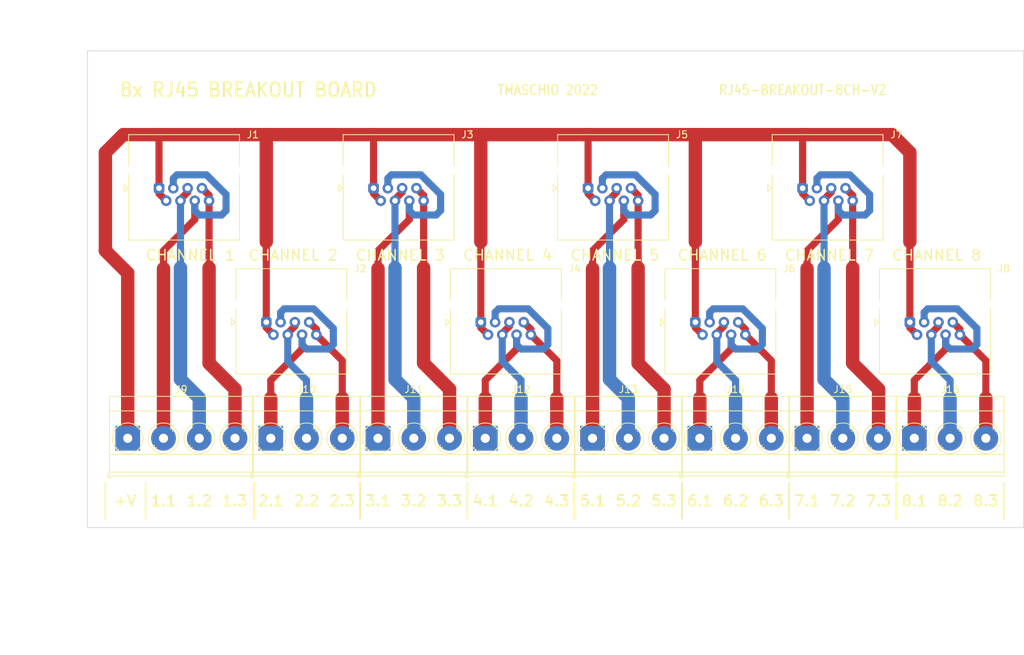
<source format=kicad_pcb>
(kicad_pcb (version 20240108) (generator "pcbnew") (generator_version "8.0")
  (title_block (title "ESP 6 Relay Module"))
  (layers (0 "F.Cu" signal) (31 "B.Cu" signal) (34 "B.Paste" user) (35 "F.Paste" user) (36 "B.SilkS" user "B.Silkscreen") (37 "F.SilkS" user "F.Silkscreen") (38 "B.Mask" user) (39 "F.Mask" user) (44 "Edge.Cuts" user))
  (net 0 "")
  (net 1 "Net-(J1-Pad1)")
  (net 2 "Net-(J1-Pad3)")
  (net 3 "Net-(J1-Pad4)")
  (net 4 "Net-(J1-Pad7)")
  (net 5 "Net-(J10-Pad2)")
  (net 6 "Net-(J10-Pad3)")
  (net 7 "Net-(J10-Pad1)")
  (net 8 "Net-(J11-Pad1)")
  (net 9 "Net-(J11-Pad2)")
  (net 10 "Net-(J11-Pad3)")
  (net 11 "Net-(J12-Pad2)")
  (net 12 "Net-(J12-Pad3)")
  (net 13 "Net-(J12-Pad1)")
  (net 14 "Net-(J13-Pad1)")
  (net 15 "Net-(J13-Pad2)")
  (net 16 "Net-(J13-Pad3)")
  (net 17 "Net-(J14-Pad2)")
  (net 18 "Net-(J14-Pad3)")
  (net 19 "Net-(J14-Pad1)")
  (net 20 "Net-(J15-Pad1)")
  (net 21 "Net-(J15-Pad2)")
  (net 22 "Net-(J15-Pad3)")
  (net 23 "Net-(J16-Pad2)")
  (net 24 "Net-(J16-Pad3)")
  (net 25 "Net-(J16-Pad1)")
  (footprint "Tales:RJ45_Amphenol_RJHSE5080" (layer "F.Cu") (at 101.6 78.74)
    (property "Reference" "J1" (at 13.335 -7.62 0) (layer "F.SilkS"))
    (property "Value" "RJ45")
    (pad "" np_thru_hole circle (at -2.79 -2.54) (size 3.25 3.25) (drill 3.25) (layers "*.Cu" "*.Mask"))
    (pad "" np_thru_hole circle (at 9.91 -2.54) (size 3.25 3.25) (drill 3.25) (layers "*.Cu" "*.Mask"))
    (pad "1" thru_hole roundrect (at 0 0) (size 1.5 1.5) (drill 0.8) (layers "*.Cu" "*.Mask") (net 1 "Net-(J1-Pad1)"))
    (pad "2" thru_hole circle (at 1.016 1.78) (size 1.5 1.5) (drill 0.8) (layers "*.Cu" "*.Mask") (net 1 "Net-(J1-Pad1)"))
    (pad "3" thru_hole circle (at 2.032 0) (size 1.5 1.5) (drill 0.8) (layers "*.Cu" "*.Mask") (net 2 "Net-(J1-Pad3)"))
    (pad "4" thru_hole circle (at 3.048 1.78) (size 1.5 1.5) (drill 0.8) (layers "*.Cu" "*.Mask") (net 3 "Net-(J1-Pad4)"))
    (pad "5" thru_hole circle (at 4.064 0) (size 1.5 1.5) (drill 0.8) (layers "*.Cu" "*.Mask") (net 3 "Net-(J1-Pad4)"))
    (pad "6" thru_hole circle (at 5.08 1.78) (size 1.5 1.5) (drill 0.8) (layers "*.Cu" "*.Mask") (net 2 "Net-(J1-Pad3)"))
    (pad "7" thru_hole circle (at 6.096 0) (size 1.5 1.5) (drill 0.8) (layers "*.Cu" "*.Mask") (net 4 "Net-(J1-Pad7)"))
    (pad "8" thru_hole circle (at 7.112 1.78) (size 1.5 1.5) (drill 0.8) (layers "*.Cu" "*.Mask") (net 4 "Net-(J1-Pad7)"))
  )
  (footprint "Tales:RJ45_Amphenol_RJHSE5080" (layer "F.Cu") (at 147.32 97.79)
    (property "Reference" "J4" (at 13.335 -7.62 0) (layer "F.SilkS"))
    (property "Value" "RJ45")
    (pad "" np_thru_hole circle (at -2.79 -2.54) (size 3.25 3.25) (drill 3.25) (layers "*.Cu" "*.Mask"))
    (pad "" np_thru_hole circle (at 9.91 -2.54) (size 3.25 3.25) (drill 3.25) (layers "*.Cu" "*.Mask"))
    (pad "1" thru_hole roundrect (at 0 0) (size 1.5 1.5) (drill 0.8) (layers "*.Cu" "*.Mask") (net 1 "Net-(J1-Pad1)"))
    (pad "2" thru_hole circle (at 1.016 1.78) (size 1.5 1.5) (drill 0.8) (layers "*.Cu" "*.Mask") (net 1 "Net-(J1-Pad1)"))
    (pad "3" thru_hole circle (at 2.032 0) (size 1.5 1.5) (drill 0.8) (layers "*.Cu" "*.Mask") (net 13 "Net-(J12-Pad1)"))
    (pad "4" thru_hole circle (at 3.048 1.78) (size 1.5 1.5) (drill 0.8) (layers "*.Cu" "*.Mask") (net 11 "Net-(J12-Pad2)"))
    (pad "5" thru_hole circle (at 4.064 0) (size 1.5 1.5) (drill 0.8) (layers "*.Cu" "*.Mask") (net 11 "Net-(J12-Pad2)"))
    (pad "6" thru_hole circle (at 5.08 1.78) (size 1.5 1.5) (drill 0.8) (layers "*.Cu" "*.Mask") (net 13 "Net-(J12-Pad1)"))
    (pad "7" thru_hole circle (at 6.096 0) (size 1.5 1.5) (drill 0.8) (layers "*.Cu" "*.Mask") (net 12 "Net-(J12-Pad3)"))
    (pad "8" thru_hole circle (at 7.112 1.78) (size 1.5 1.5) (drill 0.8) (layers "*.Cu" "*.Mask") (net 12 "Net-(J12-Pad3)"))
  )
  (footprint "Tales:RJ45_Amphenol_RJHSE5080" (layer "F.Cu") (at 177.8 97.79)
    (property "Reference" "J6" (at 13.335 -7.62 0) (layer "F.SilkS"))
    (property "Value" "RJ45")
    (pad "" np_thru_hole circle (at -2.79 -2.54) (size 3.25 3.25) (drill 3.25) (layers "*.Cu" "*.Mask"))
    (pad "" np_thru_hole circle (at 9.91 -2.54) (size 3.25 3.25) (drill 3.25) (layers "*.Cu" "*.Mask"))
    (pad "1" thru_hole roundrect (at 0 0) (size 1.5 1.5) (drill 0.8) (layers "*.Cu" "*.Mask") (net 1 "Net-(J1-Pad1)"))
    (pad "2" thru_hole circle (at 1.016 1.78) (size 1.5 1.5) (drill 0.8) (layers "*.Cu" "*.Mask") (net 1 "Net-(J1-Pad1)"))
    (pad "3" thru_hole circle (at 2.032 0) (size 1.5 1.5) (drill 0.8) (layers "*.Cu" "*.Mask") (net 19 "Net-(J14-Pad1)"))
    (pad "4" thru_hole circle (at 3.048 1.78) (size 1.5 1.5) (drill 0.8) (layers "*.Cu" "*.Mask") (net 17 "Net-(J14-Pad2)"))
    (pad "5" thru_hole circle (at 4.064 0) (size 1.5 1.5) (drill 0.8) (layers "*.Cu" "*.Mask") (net 17 "Net-(J14-Pad2)"))
    (pad "6" thru_hole circle (at 5.08 1.78) (size 1.5 1.5) (drill 0.8) (layers "*.Cu" "*.Mask") (net 19 "Net-(J14-Pad1)"))
    (pad "7" thru_hole circle (at 6.096 0) (size 1.5 1.5) (drill 0.8) (layers "*.Cu" "*.Mask") (net 18 "Net-(J14-Pad3)"))
    (pad "8" thru_hole circle (at 7.112 1.78) (size 1.5 1.5) (drill 0.8) (layers "*.Cu" "*.Mask") (net 18 "Net-(J14-Pad3)"))
  )
  (footprint "Tales:RJ45_Amphenol_RJHSE5080" (layer "F.Cu") (at 208.28 97.79)
    (property "Reference" "J8" (at 13.335 -7.62 0) (layer "F.SilkS"))
    (property "Value" "RJ45")
    (pad "" np_thru_hole circle (at -2.79 -2.54) (size 3.25 3.25) (drill 3.25) (layers "*.Cu" "*.Mask"))
    (pad "" np_thru_hole circle (at 9.91 -2.54) (size 3.25 3.25) (drill 3.25) (layers "*.Cu" "*.Mask"))
    (pad "1" thru_hole roundrect (at 0 0) (size 1.5 1.5) (drill 0.8) (layers "*.Cu" "*.Mask") (net 1 "Net-(J1-Pad1)"))
    (pad "2" thru_hole circle (at 1.016 1.78) (size 1.5 1.5) (drill 0.8) (layers "*.Cu" "*.Mask") (net 1 "Net-(J1-Pad1)"))
    (pad "3" thru_hole circle (at 2.032 0) (size 1.5 1.5) (drill 0.8) (layers "*.Cu" "*.Mask") (net 25 "Net-(J16-Pad1)"))
    (pad "4" thru_hole circle (at 3.048 1.78) (size 1.5 1.5) (drill 0.8) (layers "*.Cu" "*.Mask") (net 23 "Net-(J16-Pad2)"))
    (pad "5" thru_hole circle (at 4.064 0) (size 1.5 1.5) (drill 0.8) (layers "*.Cu" "*.Mask") (net 23 "Net-(J16-Pad2)"))
    (pad "6" thru_hole circle (at 5.08 1.78) (size 1.5 1.5) (drill 0.8) (layers "*.Cu" "*.Mask") (net 25 "Net-(J16-Pad1)"))
    (pad "7" thru_hole circle (at 6.096 0) (size 1.5 1.5) (drill 0.8) (layers "*.Cu" "*.Mask") (net 24 "Net-(J16-Pad3)"))
    (pad "8" thru_hole circle (at 7.112 1.78) (size 1.5 1.5) (drill 0.8) (layers "*.Cu" "*.Mask") (net 24 "Net-(J16-Pad3)"))
  )
  (footprint "Tales:TerminalBlock_Phoenix_MKDS-3-4-5.08_1x04_P5.08mm_Horizontal" (layer "F.Cu") (at 97.155 114.3)
    (property "Reference" "J9" (at 7.62 -6.96 0) (layer "F.SilkS"))
    (property "Value" "Screw_Terminal_01x04")
    (pad "1" thru_hole rect (at 0 0) (size 3.5 3.5) (drill 1.3) (layers "*.Cu" "*.Mask") (net 1 "Net-(J1-Pad1)"))
    (pad "2" thru_hole circle (at 5.08 0) (size 3.5 3.5) (drill 1.3) (layers "*.Cu" "*.Mask") (net 2 "Net-(J1-Pad3)"))
    (pad "3" thru_hole circle (at 10.16 0) (size 3.5 3.5) (drill 1.3) (layers "*.Cu" "*.Mask") (net 3 "Net-(J1-Pad4)"))
    (pad "4" thru_hole circle (at 15.24 0) (size 3.5 3.5) (drill 1.3) (layers "*.Cu" "*.Mask") (net 4 "Net-(J1-Pad7)"))
  )
  (footprint "Tales:TerminalBlock_Phoenix_MKDS-3-3-5.08_1x03_P5.08mm_Horizontal" (layer "F.Cu") (at 132.715 114.3)
    (property "Reference" "J11" (at 5.08 -6.96 0) (layer "F.SilkS"))
    (property "Value" "Screw_Terminal_01x03")
    (pad "1" thru_hole rect (at 0 0) (size 3.5 3.5) (drill 1.3) (layers "*.Cu" "*.Mask") (net 8 "Net-(J11-Pad1)"))
    (pad "2" thru_hole circle (at 5.08 0) (size 3.5 3.5) (drill 1.3) (layers "*.Cu" "*.Mask") (net 9 "Net-(J11-Pad2)"))
    (pad "3" thru_hole circle (at 10.16 0) (size 3.5 3.5) (drill 1.3) (layers "*.Cu" "*.Mask") (net 10 "Net-(J11-Pad3)"))
  )
  (footprint "Tales:TerminalBlock_Phoenix_MKDS-3-3-5.08_1x03_P5.08mm_Horizontal" (layer "F.Cu") (at 147.955 114.3)
    (property "Reference" "J12" (at 5.08 -6.96 0) (layer "F.SilkS"))
    (property "Value" "Screw_Terminal_01x03")
    (pad "1" thru_hole rect (at 0 0) (size 3.5 3.5) (drill 1.3) (layers "*.Cu" "*.Mask") (net 13 "Net-(J12-Pad1)"))
    (pad "2" thru_hole circle (at 5.08 0) (size 3.5 3.5) (drill 1.3) (layers "*.Cu" "*.Mask") (net 11 "Net-(J12-Pad2)"))
    (pad "3" thru_hole circle (at 10.16 0) (size 3.5 3.5) (drill 1.3) (layers "*.Cu" "*.Mask") (net 12 "Net-(J12-Pad3)"))
  )
  (footprint "Tales:TerminalBlock_Phoenix_MKDS-3-3-5.08_1x03_P5.08mm_Horizontal" (layer "F.Cu") (at 163.195 114.3)
    (property "Reference" "J13" (at 5.08 -6.96 0) (layer "F.SilkS"))
    (property "Value" "Screw_Terminal_01x03")
    (pad "1" thru_hole rect (at 0 0) (size 3.5 3.5) (drill 1.3) (layers "*.Cu" "*.Mask") (net 14 "Net-(J13-Pad1)"))
    (pad "2" thru_hole circle (at 5.08 0) (size 3.5 3.5) (drill 1.3) (layers "*.Cu" "*.Mask") (net 15 "Net-(J13-Pad2)"))
    (pad "3" thru_hole circle (at 10.16 0) (size 3.5 3.5) (drill 1.3) (layers "*.Cu" "*.Mask") (net 16 "Net-(J13-Pad3)"))
  )
  (footprint "Tales:TerminalBlock_Phoenix_MKDS-3-3-5.08_1x03_P5.08mm_Horizontal" (layer "F.Cu") (at 178.435 114.3)
    (property "Reference" "J14" (at 5.08 -6.96 0) (layer "F.SilkS"))
    (property "Value" "Screw_Terminal_01x03")
    (pad "1" thru_hole rect (at 0 0) (size 3.5 3.5) (drill 1.3) (layers "*.Cu" "*.Mask") (net 19 "Net-(J14-Pad1)"))
    (pad "2" thru_hole circle (at 5.08 0) (size 3.5 3.5) (drill 1.3) (layers "*.Cu" "*.Mask") (net 17 "Net-(J14-Pad2)"))
    (pad "3" thru_hole circle (at 10.16 0) (size 3.5 3.5) (drill 1.3) (layers "*.Cu" "*.Mask") (net 18 "Net-(J14-Pad3)"))
  )
  (footprint "Tales:TerminalBlock_Phoenix_MKDS-3-3-5.08_1x03_P5.08mm_Horizontal" (layer "F.Cu") (at 193.675 114.3)
    (property "Reference" "J15" (at 5.08 -6.96 0) (layer "F.SilkS"))
    (property "Value" "Screw_Terminal_01x03")
    (pad "1" thru_hole rect (at 0 0) (size 3.5 3.5) (drill 1.3) (layers "*.Cu" "*.Mask") (net 20 "Net-(J15-Pad1)"))
    (pad "2" thru_hole circle (at 5.08 0) (size 3.5 3.5) (drill 1.3) (layers "*.Cu" "*.Mask") (net 21 "Net-(J15-Pad2)"))
    (pad "3" thru_hole circle (at 10.16 0) (size 3.5 3.5) (drill 1.3) (layers "*.Cu" "*.Mask") (net 22 "Net-(J15-Pad3)"))
  )
  (footprint "Tales:TerminalBlock_Phoenix_MKDS-3-3-5.08_1x03_P5.08mm_Horizontal" (layer "F.Cu") (at 208.915 114.3)
    (property "Reference" "J16" (at 5.08 -6.96 0) (layer "F.SilkS"))
    (property "Value" "Screw_Terminal_01x03")
    (pad "1" thru_hole rect (at 0 0) (size 3.5 3.5) (drill 1.3) (layers "*.Cu" "*.Mask") (net 25 "Net-(J16-Pad1)"))
    (pad "2" thru_hole circle (at 5.08 0) (size 3.5 3.5) (drill 1.3) (layers "*.Cu" "*.Mask") (net 23 "Net-(J16-Pad2)"))
    (pad "3" thru_hole circle (at 10.16 0) (size 3.5 3.5) (drill 1.3) (layers "*.Cu" "*.Mask") (net 24 "Net-(J16-Pad3)"))
  )
  (footprint "Tales:TerminalBlock_Phoenix_MKDS-3-3-5.08_1x03_P5.08mm_Horizontal" (layer "F.Cu") (at 117.475 114.3)
    (property "Reference" "J10" (at 5.08 -6.96 0) (layer "F.SilkS"))
    (property "Value" "Screw_Terminal_01x03")
    (pad "1" thru_hole rect (at 0 0) (size 3.5 3.5) (drill 1.3) (layers "*.Cu" "*.Mask") (net 7 "Net-(J10-Pad1)"))
    (pad "2" thru_hole circle (at 5.08 0) (size 3.5 3.5) (drill 1.3) (layers "*.Cu" "*.Mask") (net 5 "Net-(J10-Pad2)"))
    (pad "3" thru_hole circle (at 10.16 0) (size 3.5 3.5) (drill 1.3) (layers "*.Cu" "*.Mask") (net 6 "Net-(J10-Pad3)"))
  )
  (footprint "Tales:RJ45_Amphenol_RJHSE5080" (layer "F.Cu") (at 116.84 97.79)
    (property "Reference" "J2" (at 13.335 -7.62 0) (layer "F.SilkS"))
    (property "Value" "RJ45")
    (pad "" np_thru_hole circle (at -2.79 -2.54) (size 3.25 3.25) (drill 3.25) (layers "*.Cu" "*.Mask"))
    (pad "" np_thru_hole circle (at 9.91 -2.54) (size 3.25 3.25) (drill 3.25) (layers "*.Cu" "*.Mask"))
    (pad "1" thru_hole roundrect (at 0 0) (size 1.5 1.5) (drill 0.8) (layers "*.Cu" "*.Mask") (net 1 "Net-(J1-Pad1)"))
    (pad "2" thru_hole circle (at 1.016 1.78) (size 1.5 1.5) (drill 0.8) (layers "*.Cu" "*.Mask") (net 1 "Net-(J1-Pad1)"))
    (pad "3" thru_hole circle (at 2.032 0) (size 1.5 1.5) (drill 0.8) (layers "*.Cu" "*.Mask") (net 7 "Net-(J10-Pad1)"))
    (pad "4" thru_hole circle (at 3.048 1.78) (size 1.5 1.5) (drill 0.8) (layers "*.Cu" "*.Mask") (net 5 "Net-(J10-Pad2)"))
    (pad "5" thru_hole circle (at 4.064 0) (size 1.5 1.5) (drill 0.8) (layers "*.Cu" "*.Mask") (net 5 "Net-(J10-Pad2)"))
    (pad "6" thru_hole circle (at 5.08 1.78) (size 1.5 1.5) (drill 0.8) (layers "*.Cu" "*.Mask") (net 7 "Net-(J10-Pad1)"))
    (pad "7" thru_hole circle (at 6.096 0) (size 1.5 1.5) (drill 0.8) (layers "*.Cu" "*.Mask") (net 6 "Net-(J10-Pad3)"))
    (pad "8" thru_hole circle (at 7.112 1.78) (size 1.5 1.5) (drill 0.8) (layers "*.Cu" "*.Mask") (net 6 "Net-(J10-Pad3)"))
  )
  (footprint "Tales:RJ45_Amphenol_RJHSE5080" (layer "F.Cu") (at 132.08 78.74)
    (property "Reference" "J3" (at 13.335 -7.62 0) (layer "F.SilkS"))
    (property "Value" "RJ45")
    (pad "" np_thru_hole circle (at -2.79 -2.54) (size 3.25 3.25) (drill 3.25) (layers "*.Cu" "*.Mask"))
    (pad "" np_thru_hole circle (at 9.91 -2.54) (size 3.25 3.25) (drill 3.25) (layers "*.Cu" "*.Mask"))
    (pad "1" thru_hole roundrect (at 0 0) (size 1.5 1.5) (drill 0.8) (layers "*.Cu" "*.Mask") (net 1 "Net-(J1-Pad1)"))
    (pad "2" thru_hole circle (at 1.016 1.78) (size 1.5 1.5) (drill 0.8) (layers "*.Cu" "*.Mask") (net 1 "Net-(J1-Pad1)"))
    (pad "3" thru_hole circle (at 2.032 0) (size 1.5 1.5) (drill 0.8) (layers "*.Cu" "*.Mask") (net 8 "Net-(J11-Pad1)"))
    (pad "4" thru_hole circle (at 3.048 1.78) (size 1.5 1.5) (drill 0.8) (layers "*.Cu" "*.Mask") (net 9 "Net-(J11-Pad2)"))
    (pad "5" thru_hole circle (at 4.064 0) (size 1.5 1.5) (drill 0.8) (layers "*.Cu" "*.Mask") (net 9 "Net-(J11-Pad2)"))
    (pad "6" thru_hole circle (at 5.08 1.78) (size 1.5 1.5) (drill 0.8) (layers "*.Cu" "*.Mask") (net 8 "Net-(J11-Pad1)"))
    (pad "7" thru_hole circle (at 6.096 0) (size 1.5 1.5) (drill 0.8) (layers "*.Cu" "*.Mask") (net 10 "Net-(J11-Pad3)"))
    (pad "8" thru_hole circle (at 7.112 1.78) (size 1.5 1.5) (drill 0.8) (layers "*.Cu" "*.Mask") (net 10 "Net-(J11-Pad3)"))
  )
  (footprint "Tales:RJ45_Amphenol_RJHSE5080" (layer "F.Cu") (at 193.04 78.74)
    (property "Reference" "J7" (at 13.335 -7.62 0) (layer "F.SilkS"))
    (property "Value" "RJ45")
    (pad "" np_thru_hole circle (at -2.79 -2.54) (size 3.25 3.25) (drill 3.25) (layers "*.Cu" "*.Mask"))
    (pad "" np_thru_hole circle (at 9.91 -2.54) (size 3.25 3.25) (drill 3.25) (layers "*.Cu" "*.Mask"))
    (pad "1" thru_hole roundrect (at 0 0) (size 1.5 1.5) (drill 0.8) (layers "*.Cu" "*.Mask") (net 1 "Net-(J1-Pad1)"))
    (pad "2" thru_hole circle (at 1.016 1.78) (size 1.5 1.5) (drill 0.8) (layers "*.Cu" "*.Mask") (net 1 "Net-(J1-Pad1)"))
    (pad "3" thru_hole circle (at 2.032 0) (size 1.5 1.5) (drill 0.8) (layers "*.Cu" "*.Mask") (net 20 "Net-(J15-Pad1)"))
    (pad "4" thru_hole circle (at 3.048 1.78) (size 1.5 1.5) (drill 0.8) (layers "*.Cu" "*.Mask") (net 21 "Net-(J15-Pad2)"))
    (pad "5" thru_hole circle (at 4.064 0) (size 1.5 1.5) (drill 0.8) (layers "*.Cu" "*.Mask") (net 21 "Net-(J15-Pad2)"))
    (pad "6" thru_hole circle (at 5.08 1.78) (size 1.5 1.5) (drill 0.8) (layers "*.Cu" "*.Mask") (net 20 "Net-(J15-Pad1)"))
    (pad "7" thru_hole circle (at 6.096 0) (size 1.5 1.5) (drill 0.8) (layers "*.Cu" "*.Mask") (net 22 "Net-(J15-Pad3)"))
    (pad "8" thru_hole circle (at 7.112 1.78) (size 1.5 1.5) (drill 0.8) (layers "*.Cu" "*.Mask") (net 22 "Net-(J15-Pad3)"))
  )
  (footprint "Tales:RJ45_Amphenol_RJHSE5080" (layer "F.Cu") (at 162.56 78.74)
    (property "Reference" "J5" (at 13.335 -7.62 0) (layer "F.SilkS"))
    (property "Value" "RJ45")
    (pad "" np_thru_hole circle (at -2.79 -2.54) (size 3.25 3.25) (drill 3.25) (layers "*.Cu" "*.Mask"))
    (pad "" np_thru_hole circle (at 9.91 -2.54) (size 3.25 3.25) (drill 3.25) (layers "*.Cu" "*.Mask"))
    (pad "1" thru_hole roundrect (at 0 0) (size 1.5 1.5) (drill 0.8) (layers "*.Cu" "*.Mask") (net 1 "Net-(J1-Pad1)"))
    (pad "2" thru_hole circle (at 1.016 1.78) (size 1.5 1.5) (drill 0.8) (layers "*.Cu" "*.Mask") (net 1 "Net-(J1-Pad1)"))
    (pad "3" thru_hole circle (at 2.032 0) (size 1.5 1.5) (drill 0.8) (layers "*.Cu" "*.Mask") (net 14 "Net-(J13-Pad1)"))
    (pad "4" thru_hole circle (at 3.048 1.78) (size 1.5 1.5) (drill 0.8) (layers "*.Cu" "*.Mask") (net 15 "Net-(J13-Pad2)"))
    (pad "5" thru_hole circle (at 4.064 0) (size 1.5 1.5) (drill 0.8) (layers "*.Cu" "*.Mask") (net 15 "Net-(J13-Pad2)"))
    (pad "6" thru_hole circle (at 5.08 1.78) (size 1.5 1.5) (drill 0.8) (layers "*.Cu" "*.Mask") (net 14 "Net-(J13-Pad1)"))
    (pad "7" thru_hole circle (at 6.096 0) (size 1.5 1.5) (drill 0.8) (layers "*.Cu" "*.Mask") (net 16 "Net-(J13-Pad3)"))
    (pad "8" thru_hole circle (at 7.112 1.78) (size 1.5 1.5) (drill 0.8) (layers "*.Cu" "*.Mask") (net 16 "Net-(J13-Pad3)"))
  )
  (gr_line (start 221.615 120.65) (end 221.615 125.73) (stroke (width 0.25)) (layer "F.SilkS"))
  (gr_line (start 175.895 120.65) (end 175.895 125.73) (stroke (width 0.25)) (layer "F.SilkS"))
  (gr_line (start 191.135 120.65) (end 191.135 125.73) (stroke (width 0.25)) (layer "F.SilkS"))
  (gr_line (start 93.98 120.65) (end 93.98 125.73) (stroke (width 0.25)) (layer "F.SilkS"))
  (gr_line (start 145.415 120.65) (end 145.415 125.73) (stroke (width 0.25)) (layer "F.SilkS"))
  (gr_line (start 130.175 120.65) (end 130.175 125.73) (stroke (width 0.25)) (layer "F.SilkS"))
  (gr_line (start 160.605 120.65) (end 160.605 125.73) (stroke (width 0.25)) (layer "F.SilkS"))
  (gr_line (start 99.695 120.65) (end 99.695 125.73) (stroke (width 0.25)) (layer "F.SilkS"))
  (gr_line (start 206.375 120.65) (end 206.375 125.73) (stroke (width 0.25)) (layer "F.SilkS"))
  (gr_line (start 115.135 120.65) (end 115.135 125.73) (stroke (width 0.25)) (layer "F.SilkS"))
  (gr_line (start 91.44 127) (end 224.44 127) (stroke (width 0.1)) (layer "Edge.Cuts"))
  (gr_line (start 224.44 59.2) (end 91.44 59.2) (stroke (width 0.1)) (layer "Edge.Cuts"))
  (gr_line (start 91.44 59.2) (end 91.44 127) (stroke (width 0.1)) (layer "Edge.Cuts"))
  (gr_line (start 224.44 127) (end 224.44 59.2) (stroke (width 0.1)) (layer "Edge.Cuts"))
  (gr_text "1.1" (at 102.235 123.19 0) (layer "F.SilkS") (effects (font (size 1.5 1.5) (thickness 0.25))))
  (gr_text "2.2" (at 122.555 123.19 0) (layer "F.SilkS") (effects (font (size 1.5 1.5) (thickness 0.25))))
  (gr_text "2.3" (at 127.635 123.19 0) (layer "F.SilkS") (effects (font (size 1.5 1.5) (thickness 0.25))))
  (gr_text "2.1" (at 117.475 123.19 0) (layer "F.SilkS") (effects (font (size 1.5 1.5) (thickness 0.25))))
  (gr_text "1.2" (at 107.315 123.19 0) (layer "F.SilkS") (effects (font (size 1.5 1.5) (thickness 0.25))))
  (gr_text "1.3" (at 112.395 123.19 0) (layer "F.SilkS") (effects (font (size 1.5 1.5) (thickness 0.25))))
  (gr_text "6.1" (at 178.435 123.19 0) (layer "F.SilkS") (effects (font (size 1.5 1.5) (thickness 0.25))))
  (gr_text "6.3" (at 188.595 123.19 0) (layer "F.SilkS") (effects (font (size 1.5 1.5) (thickness 0.25))))
  (gr_text "6.2" (at 183.515 123.19 0) (layer "F.SilkS") (effects (font (size 1.5 1.5) (thickness 0.25))))
  (gr_text "8.2" (at 213.995 123.19 0) (layer "F.SilkS") (effects (font (size 1.5 1.5) (thickness 0.25))))
  (gr_text "8.3" (at 219.075 123.19 0) (layer "F.SilkS") (effects (font (size 1.5 1.5) (thickness 0.25))))
  (gr_text "8.1" (at 208.915 123.19 0) (layer "F.SilkS") (effects (font (size 1.5 1.5) (thickness 0.25))))
  (gr_text "8x RJ45 BREAKOUT BOARD" (at 114.3 64.77 0) (layer "F.SilkS") (effects (font (size 2 1.8) (thickness 0.3))))
  (gr_text "CHANNEL 1" (at 106.045 88.265 0) (layer "F.SilkS") (effects (font (size 1.5 1.5) (thickness 0.2))))
  (gr_text "CHANNEL 5" (at 166.37 88.265 0) (layer "F.SilkS") (effects (font (size 1.5 1.5) (thickness 0.2))))
  (gr_text "CHANNEL 8" (at 212.09 88.265 0) (layer "F.SilkS") (effects (font (size 1.5 1.5) (thickness 0.2))))
  (gr_text "CHANNEL 7" (at 196.85 88.265 0) (layer "F.SilkS") (effects (font (size 1.5 1.5) (thickness 0.2))))
  (gr_text "CHANNEL 2" (at 120.65 88.265 0) (layer "F.SilkS") (effects (font (size 1.5 1.5) (thickness 0.2))))
  (gr_text "5.1" (at 163.195 123.19 0) (layer "F.SilkS") (effects (font (size 1.5 1.5) (thickness 0.25))))
  (gr_text "3.1" (at 132.715 123.19 0) (layer "F.SilkS") (effects (font (size 1.5 1.5) (thickness 0.25))))
  (gr_text "7.1" (at 193.675 123.19 0) (layer "F.SilkS") (effects (font (size 1.5 1.5) (thickness 0.25))))
  (gr_text "4.1" (at 147.955 123.19 0) (layer "F.SilkS") (effects (font (size 1.5 1.5) (thickness 0.25))))
  (gr_text "CHANNEL 3" (at 135.89 88.265 0) (layer "F.SilkS") (effects (font (size 1.5 1.5) (thickness 0.2))))
  (gr_text "4.2" (at 153.035 123.19 0) (layer "F.SilkS") (effects (font (size 1.5 1.5) (thickness 0.25))))
  (gr_text "RJ45-BREAKOUT-8CH-V2" (at 193.04 64.77 0) (layer "F.SilkS") (effects (font (size 1.4 1.2) (thickness 0.2))))
  (gr_text "TMASCHIO 2022" (at 156.845 64.77 0) (layer "F.SilkS") (effects (font (size 1.4 1.2) (thickness 0.2))))
  (gr_text "CHANNEL 4" (at 151.13 88.265 0) (layer "F.SilkS") (effects (font (size 1.5 1.5) (thickness 0.2))))
  (gr_text "3.2" (at 137.795 123.19 0) (layer "F.SilkS") (effects (font (size 1.5 1.5) (thickness 0.25))))
  (gr_text "4.3" (at 158.115 123.19 0) (layer "F.SilkS") (effects (font (size 1.5 1.5) (thickness 0.25))))
  (gr_text "7.3" (at 203.835 123.19 0) (layer "F.SilkS") (effects (font (size 1.5 1.5) (thickness 0.25))))
  (gr_text "5.2" (at 168.275 123.19 0) (layer "F.SilkS") (effects (font (size 1.5 1.5) (thickness 0.25))))
  (gr_text "3.3" (at 142.875 123.19 0) (layer "F.SilkS") (effects (font (size 1.5 1.5) (thickness 0.25))))
  (gr_text "5.3" (at 173.355 123.19 0) (layer "F.SilkS") (effects (font (size 1.5 1.5) (thickness 0.25))))
  (gr_text "+V" (at 96.774 123.19 0) (layer "F.SilkS") (effects (font (size 1.5 1.5) (thickness 0.25))))
  (gr_text "7.2" (at 198.755 123.19 0) (layer "F.SilkS") (effects (font (size 1.5 1.5) (thickness 0.25))))
  (gr_text "CHANNEL 6" (at 181.61 88.265 0) (layer "F.SilkS") (effects (font (size 1.5 1.5) (thickness 0.2))))
  (segment (start 101.6 79.504) (end 102.616 80.52) (width 1.016) (layer "F.Cu") (net 1))
  (segment (start 101.6 78.74) (end 101.6 79.504) (width 1.016) (layer "F.Cu") (net 1))
  (segment (start 93.98 73.66) (end 96.52 71.12) (width 1.905) (layer "F.Cu") (net 1))
  (segment (start 116.84 98.554) (end 117.856 99.57) (width 1.016) (layer "F.Cu") (net 1))
  (segment (start 147.32 86.36) (end 147.32 97.79) (width 1.016) (layer "F.Cu") (net 1))
  (segment (start 193.04 71.12) (end 205.74 71.12) (width 1.905) (layer "F.Cu") (net 1))
  (segment (start 177.8 98.554) (end 178.816 99.57) (width 1.016) (layer "F.Cu") (net 1))
  (segment (start 116.84 71.12) (end 132.08 71.12) (width 1.905) (layer "F.Cu") (net 1))
  (segment (start 101.6 78.74) (end 101.6 71.12) (width 1.016) (layer "F.Cu") (net 1))
  (segment (start 132.08 78.74) (end 132.08 71.12) (width 1.016) (layer "F.Cu") (net 1))
  (segment (start 116.84 97.79) (end 116.84 98.554) (width 1.016) (layer "F.Cu") (net 1))
  (segment (start 147.32 98.554) (end 148.336 99.57) (width 1.016) (layer "F.Cu") (net 1))
  (segment (start 208.28 97.79) (end 208.28 98.554) (width 1.016) (layer "F.Cu") (net 1))
  (segment (start 132.08 79.504) (end 133.096 80.52) (width 1.016) (layer "F.Cu") (net 1))
  (segment (start 208.28 73.66) (end 208.28 86.36) (width 1.905) (layer "F.Cu") (net 1))
  (segment (start 193.04 78.74) (end 193.04 79.504) (width 1.016) (layer "F.Cu") (net 1))
  (segment (start 208.28 98.554) (end 209.296 99.57) (width 1.016) (layer "F.Cu") (net 1))
  (segment (start 97.155 114.3) (end 97.155 90.805) (width 1.905) (layer "F.Cu") (net 1))
  (segment (start 193.04 78.74) (end 193.04 71.12) (width 1.016) (layer "F.Cu") (net 1))
  (segment (start 101.6 71.12) (end 116.84 71.12) (width 1.905) (layer "F.Cu") (net 1))
  (segment (start 132.08 78.74) (end 132.08 79.504) (width 1.016) (layer "F.Cu") (net 1))
  (segment (start 116.84 86.36) (end 116.84 97.79) (width 1.016) (layer "F.Cu") (net 1))
  (segment (start 147.32 71.12) (end 162.56 71.12) (width 1.905) (layer "F.Cu") (net 1))
  (segment (start 162.56 78.74) (end 162.56 79.504) (width 1.016) (layer "F.Cu") (net 1))
  (segment (start 205.74 71.12) (end 208.28 73.66) (width 1.905) (layer "F.Cu") (net 1))
  (segment (start 147.32 97.79) (end 147.32 98.554) (width 1.016) (layer "F.Cu") (net 1))
  (segment (start 162.56 79.504) (end 163.576 80.52) (width 1.016) (layer "F.Cu") (net 1))
  (segment (start 93.98 87.63) (end 93.98 73.66) (width 1.905) (layer "F.Cu") (net 1))
  (segment (start 96.52 71.12) (end 101.6 71.12) (width 1.905) (layer "F.Cu") (net 1))
  (segment (start 177.8 97.79) (end 177.8 98.554) (width 1.016) (layer "F.Cu") (net 1))
  (segment (start 177.8 71.12) (end 193.04 71.12) (width 1.905) (layer "F.Cu") (net 1))
  (segment (start 193.04 79.504) (end 194.056 80.52) (width 1.016) (layer "F.Cu") (net 1))
  (segment (start 147.32 71.12) (end 147.32 86.36) (width 1.905) (layer "F.Cu") (net 1))
  (segment (start 208.28 97.79) (end 208.28 86.36) (width 1.016) (layer "F.Cu") (net 1))
  (segment (start 177.8 71.12) (end 177.8 86.36) (width 1.905) (layer "F.Cu") (net 1))
  (segment (start 97.155 90.805) (end 93.98 87.63) (width 1.905) (layer "F.Cu") (net 1))
  (segment (start 132.08 71.12) (end 147.32 71.12) (width 1.905) (layer "F.Cu") (net 1))
  (segment (start 116.84 71.12) (end 116.84 86.36) (width 1.905) (layer "F.Cu") (net 1))
  (segment (start 162.56 78.74) (end 162.56 71.12) (width 1.016) (layer "F.Cu") (net 1))
  (segment (start 162.56 71.12) (end 177.8 71.12) (width 1.905) (layer "F.Cu") (net 1))
  (segment (start 177.8 86.36) (end 177.8 97.79) (width 1.016) (layer "F.Cu") (net 1))
  (segment (start 106.68 83.185) (end 106.68 80.52) (width 1.016) (layer "F.Cu") (net 2))
  (segment (start 102.235 87.63) (end 106.68 83.185) (width 1.016) (layer "F.Cu") (net 2))
  (segment (start 102.235 90.17) (end 102.235 87.63) (width 1.016) (layer "F.Cu") (net 2))
  (segment (start 102.235 114.3) (end 102.235 90.17) (width 1.905) (layer "F.Cu") (net 2))
  (segment (start 103.632 77.343) (end 104.14 76.835) (width 1.016) (layer "B.Cu") (net 2))
  (segment (start 107.315 82.55) (end 106.68 81.915) (width 1.016) (layer "B.Cu") (net 2))
  (segment (start 110.49 82.55) (end 107.315 82.55) (width 1.016) (layer "B.Cu") (net 2))
  (segment (start 111.125 81.915) (end 110.49 82.55) (width 1.016) (layer "B.Cu") (net 2))
  (segment (start 104.14 76.835) (end 108.331 76.835) (width 1.016) (layer "B.Cu") (net 2))
  (segment (start 103.632 78.74) (end 103.632 77.343) (width 1.016) (layer "B.Cu") (net 2))
  (segment (start 108.331 76.835) (end 111.125 79.629) (width 1.016) (layer "B.Cu") (net 2))
  (segment (start 106.68 81.915) (end 106.68 80.52) (width 1.016) (layer "B.Cu") (net 2))
  (segment (start 111.125 79.629) (end 111.125 81.915) (width 1.016) (layer "B.Cu") (net 2))
  (segment (start 105.664 78.74) (end 105.664 79.298238) (width 1.016) (layer "F.Cu") (net 3))
  (segment (start 104.648 80.314238) (end 104.648 80.52) (width 1.016) (layer "F.Cu") (net 3))
  (segment (start 105.664 79.298238) (end 104.648 80.314238) (width 1.016) (layer "F.Cu") (net 3))
  (segment (start 107.315 108.585) (end 104.648 105.918) (width 1.905) (layer "B.Cu") (net 3))
  (segment (start 107.315 114.3) (end 107.315 108.585) (width 1.905) (layer "B.Cu") (net 3))
  (segment (start 104.648 80.52) (end 104.648 90.043) (width 1.016) (layer "B.Cu") (net 3))
  (segment (start 104.648 105.918) (end 104.648 90.043) (width 1.905) (layer "B.Cu") (net 3))
  (segment (start 108.712 80.52) (end 108.712 79.756) (width 1.016) (layer "F.Cu") (net 4))
  (segment (start 108.712 79.756) (end 107.696 78.74) (width 1.016) (layer "F.Cu") (net 4))
  (segment (start 112.395 107.315) (end 108.712 103.632) (width 1.905) (layer "F.Cu") (net 4))
  (segment (start 112.395 114.3) (end 112.395 107.315) (width 1.905) (layer "F.Cu") (net 4))
  (segment (start 108.712 80.52) (end 108.712 90.043) (width 1.016) (layer "F.Cu") (net 4))
  (segment (start 108.712 103.632) (end 108.712 90.043) (width 1.905) (layer "F.Cu") (net 4))
  (segment (start 120.904 97.79) (end 120.904 98.348238) (width 1.016) (layer "F.Cu") (net 5))
  (segment (start 119.888 99.364238) (end 119.888 99.57) (width 1.016) (layer "F.Cu") (net 5))
  (segment (start 120.904 98.348238) (end 119.888 99.364238) (width 1.016) (layer "F.Cu") (net 5))
  (segment (start 122.555 108.585) (end 122.555 114.3) (width 1.905) (layer "B.Cu") (net 5))
  (segment (start 122.555 106.045) (end 122.555 108.585) (width 1.016) (layer "B.Cu") (net 5))
  (segment (start 119.888 103.378) (end 122.555 106.045) (width 1.016) (layer "B.Cu") (net 5))
  (segment (start 119.888 99.57) (end 119.888 103.378) (width 1.016) (layer "B.Cu") (net 5))
  (segment (start 122.936 97.79) (end 123.952 98.806) (width 1.016) (layer "F.Cu") (net 6))
  (segment (start 123.952 98.806) (end 123.952 99.57) (width 1.016) (layer "F.Cu") (net 6))
  (segment (start 127.635 103.253) (end 123.952 99.57) (width 1.016) (layer "F.Cu") (net 6))
  (segment (start 127.635 108.585) (end 127.635 103.253) (width 1.016) (layer "F.Cu") (net 6))
  (segment (start 127.635 114.3) (end 127.635 108.585) (width 1.905) (layer "F.Cu") (net 6))
  (segment (start 117.475 114.3) (end 117.475 108.585) (width 1.905) (layer "F.Cu") (net 7))
  (segment (start 121.92 101.6) (end 117.475 106.045) (width 1.016) (layer "F.Cu") (net 7))
  (segment (start 117.475 106.045) (end 117.475 108.585) (width 1.016) (layer "F.Cu") (net 7))
  (segment (start 121.92 99.57) (end 121.92 101.6) (width 1.016) (layer "F.Cu") (net 7))
  (segment (start 118.872 96.393) (end 119.38 95.885) (width 1.016) (layer "B.Cu") (net 7))
  (segment (start 122.555 101.6) (end 121.92 100.965) (width 1.016) (layer "B.Cu") (net 7))
  (segment (start 126.365 100.965) (end 125.73 101.6) (width 1.016) (layer "B.Cu") (net 7))
  (segment (start 118.872 97.79) (end 118.872 96.393) (width 1.016) (layer "B.Cu") (net 7))
  (segment (start 125.73 101.6) (end 122.555 101.6) (width 1.016) (layer "B.Cu") (net 7))
  (segment (start 121.92 100.965) (end 121.92 99.57) (width 1.016) (layer "B.Cu") (net 7))
  (segment (start 126.365 98.679) (end 126.365 100.965) (width 1.016) (layer "B.Cu") (net 7))
  (segment (start 119.38 95.885) (end 123.571 95.885) (width 1.016) (layer "B.Cu") (net 7))
  (segment (start 123.571 95.885) (end 126.365 98.679) (width 1.016) (layer "B.Cu") (net 7))
  (segment (start 132.715 114.3) (end 132.715 90.17) (width 1.905) (layer "F.Cu") (net 8))
  (segment (start 132.715 90.17) (end 132.715 87.63) (width 1.016) (layer "F.Cu") (net 8))
  (segment (start 137.16 83.185) (end 137.16 80.52) (width 1.016) (layer "F.Cu") (net 8))
  (segment (start 132.715 87.63) (end 137.16 83.185) (width 1.016) (layer "F.Cu") (net 8))
  (segment (start 134.62 76.835) (end 138.811 76.835) (width 1.016) (layer "B.Cu") (net 8))
  (segment (start 140.97 82.55) (end 137.795 82.55) (width 1.016) (layer "B.Cu") (net 8))
  (segment (start 134.112 78.74) (end 134.112 77.343) (width 1.016) (layer "B.Cu") (net 8))
  (segment (start 137.795 82.55) (end 137.16 81.915) (width 1.016) (layer "B.Cu") (net 8))
  (segment (start 137.16 81.915) (end 137.16 80.52) (width 1.016) (layer "B.Cu") (net 8))
  (segment (start 141.605 81.915) (end 140.97 82.55) (width 1.016) (layer "B.Cu") (net 8))
  (segment (start 138.811 76.835) (end 141.605 79.629) (width 1.016) (layer "B.Cu") (net 8))
  (segment (start 134.112 77.343) (end 134.62 76.835) (width 1.016) (layer "B.Cu") (net 8))
  (segment (start 141.605 79.629) (end 141.605 81.915) (width 1.016) (layer "B.Cu") (net 8))
  (segment (start 135.128 80.314238) (end 135.128 80.52) (width 1.016) (layer "F.Cu") (net 9))
  (segment (start 136.144 79.298238) (end 135.128 80.314238) (width 1.016) (layer "F.Cu") (net 9))
  (segment (start 136.144 78.74) (end 136.144 79.298238) (width 1.016) (layer "F.Cu") (net 9))
  (segment (start 137.795 114.3) (end 137.795 108.585) (width 1.905) (layer "B.Cu") (net 9))
  (segment (start 137.795 108.585) (end 135.128 105.918) (width 1.905) (layer "B.Cu") (net 9))
  (segment (start 135.128 105.918) (end 135.128 90.043) (width 1.905) (layer "B.Cu") (net 9))
  (segment (start 135.128 80.52) (end 135.128 90.043) (width 1.016) (layer "B.Cu") (net 9))
  (segment (start 142.875 114.3) (end 142.875 107.315) (width 1.905) (layer "F.Cu") (net 10))
  (segment (start 142.875 107.315) (end 139.192 103.632) (width 1.905) (layer "F.Cu") (net 10))
  (segment (start 139.192 103.632) (end 139.192 90.043) (width 1.905) (layer "F.Cu") (net 10))
  (segment (start 139.192 79.756) (end 138.176 78.74) (width 1.016) (layer "F.Cu") (net 10))
  (segment (start 139.192 80.52) (end 139.192 79.756) (width 1.016) (layer "F.Cu") (net 10))
  (segment (start 139.192 80.52) (end 139.192 90.043) (width 1.016) (layer "F.Cu") (net 10))
  (segment (start 151.384 97.79) (end 151.384 98.348238) (width 1.016) (layer "F.Cu") (net 11))
  (segment (start 150.368 99.364238) (end 150.368 99.57) (width 1.016) (layer "F.Cu") (net 11))
  (segment (start 151.384 98.348238) (end 150.368 99.364238) (width 1.016) (layer "F.Cu") (net 11))
  (segment (start 150.368 103.378) (end 153.035 106.045) (width 1.016) (layer "B.Cu") (net 11))
  (segment (start 153.035 108.585) (end 153.035 114.3) (width 1.905) (layer "B.Cu") (net 11))
  (segment (start 150.368 99.57) (end 150.368 103.378) (width 1.016) (layer "B.Cu") (net 11))
  (segment (start 153.035 106.045) (end 153.035 108.585) (width 1.016) (layer "B.Cu") (net 11))
  (segment (start 158.115 108.585) (end 158.115 103.253) (width 1.016) (layer "F.Cu") (net 12))
  (segment (start 158.115 114.3) (end 158.115 108.585) (width 1.905) (layer "F.Cu") (net 12))
  (segment (start 158.115 103.253) (end 154.432 99.57) (width 1.016) (layer "F.Cu") (net 12))
  (segment (start 154.432 98.806) (end 154.432 99.57) (width 1.016) (layer "F.Cu") (net 12))
  (segment (start 153.416 97.79) (end 154.432 98.806) (width 1.016) (layer "F.Cu") (net 12))
  (segment (start 147.955 106.045) (end 147.955 108.585) (width 1.016) (layer "F.Cu") (net 13))
  (segment (start 152.4 101.6) (end 147.955 106.045) (width 1.016) (layer "F.Cu") (net 13))
  (segment (start 147.955 114.3) (end 147.955 108.585) (width 1.905) (layer "F.Cu") (net 13))
  (segment (start 152.4 99.57) (end 152.4 101.6) (width 1.016) (layer "F.Cu") (net 13))
  (segment (start 153.035 101.6) (end 152.4 100.965) (width 1.016) (layer "B.Cu") (net 13))
  (segment (start 152.4 100.965) (end 152.4 99.57) (width 1.016) (layer "B.Cu") (net 13))
  (segment (start 154.051 95.885) (end 156.845 98.679) (width 1.016) (layer "B.Cu") (net 13))
  (segment (start 156.21 101.6) (end 153.035 101.6) (width 1.016) (layer "B.Cu") (net 13))
  (segment (start 149.352 96.393) (end 149.86 95.885) (width 1.016) (layer "B.Cu") (net 13))
  (segment (start 156.845 100.965) (end 156.21 101.6) (width 1.016) (layer "B.Cu") (net 13))
  (segment (start 149.86 95.885) (end 154.051 95.885) (width 1.016) (layer "B.Cu") (net 13))
  (segment (start 149.352 97.79) (end 149.352 96.393) (width 1.016) (layer "B.Cu") (net 13))
  (segment (start 156.845 98.679) (end 156.845 100.965) (width 1.016) (layer "B.Cu") (net 13))
  (segment (start 163.195 87.63) (end 167.64 83.185) (width 1.016) (layer "F.Cu") (net 14))
  (segment (start 167.64 83.185) (end 167.64 80.52) (width 1.016) (layer "F.Cu") (net 14))
  (segment (start 163.195 90.17) (end 163.195 87.63) (width 1.016) (layer "F.Cu") (net 14))
  (segment (start 163.195 114.3) (end 163.195 90.17) (width 1.905) (layer "F.Cu") (net 14))
  (segment (start 164.592 78.74) (end 164.592 77.343) (width 1.016) (layer "B.Cu") (net 14))
  (segment (start 165.1 76.835) (end 169.291 76.835) (width 1.016) (layer "B.Cu") (net 14))
  (segment (start 168.275 82.55) (end 167.64 81.915) (width 1.016) (layer "B.Cu") (net 14))
  (segment (start 164.592 77.343) (end 165.1 76.835) (width 1.016) (layer "B.Cu") (net 14))
  (segment (start 172.085 81.915) (end 171.45 82.55) (width 1.016) (layer "B.Cu") (net 14))
  (segment (start 172.085 79.629) (end 172.085 81.915) (width 1.016) (layer "B.Cu") (net 14))
  (segment (start 167.64 81.915) (end 167.64 80.52) (width 1.016) (layer "B.Cu") (net 14))
  (segment (start 171.45 82.55) (end 168.275 82.55) (width 1.016) (layer "B.Cu") (net 14))
  (segment (start 169.291 76.835) (end 172.085 79.629) (width 1.016) (layer "B.Cu") (net 14))
  (segment (start 166.624 78.74) (end 166.624 79.298238) (width 1.016) (layer "F.Cu") (net 15))
  (segment (start 165.608 80.314238) (end 165.608 80.52) (width 1.016) (layer "F.Cu") (net 15))
  (segment (start 166.624 79.298238) (end 165.608 80.314238) (width 1.016) (layer "F.Cu") (net 15))
  (segment (start 165.608 80.52) (end 165.608 90.043) (width 1.016) (layer "B.Cu") (net 15))
  (segment (start 168.275 114.3) (end 168.275 108.585) (width 1.905) (layer "B.Cu") (net 15))
  (segment (start 165.608 105.918) (end 165.608 90.043) (width 1.905) (layer "B.Cu") (net 15))
  (segment (start 168.275 108.585) (end 165.608 105.918) (width 1.905) (layer "B.Cu") (net 15))
  (segment (start 169.672 80.52) (end 169.672 90.043) (width 1.016) (layer "F.Cu") (net 16))
  (segment (start 173.355 114.3) (end 173.355 107.315) (width 1.905) (layer "F.Cu") (net 16))
  (segment (start 169.672 80.52) (end 169.672 79.756) (width 1.016) (layer "F.Cu") (net 16))
  (segment (start 169.672 103.632) (end 169.672 90.043) (width 1.905) (layer "F.Cu") (net 16))
  (segment (start 169.672 79.756) (end 168.656 78.74) (width 1.016) (layer "F.Cu") (net 16))
  (segment (start 173.355 107.315) (end 169.672 103.632) (width 1.905) (layer "F.Cu") (net 16))
  (segment (start 181.864 97.79) (end 181.864 98.348238) (width 1.016) (layer "F.Cu") (net 17))
  (segment (start 180.848 99.364238) (end 180.848 99.57) (width 1.016) (layer "F.Cu") (net 17))
  (segment (start 181.864 98.348238) (end 180.848 99.364238) (width 1.016) (layer "F.Cu") (net 17))
  (segment (start 180.848 99.57) (end 180.848 103.378) (width 1.016) (layer "B.Cu") (net 17))
  (segment (start 183.515 108.585) (end 183.515 114.3) (width 1.905) (layer "B.Cu") (net 17))
  (segment (start 180.848 103.378) (end 183.515 106.045) (width 1.016) (layer "B.Cu") (net 17))
  (segment (start 183.515 106.045) (end 183.515 108.585) (width 1.016) (layer "B.Cu") (net 17))
  (segment (start 188.595 108.585) (end 188.595 103.253) (width 1.016) (layer "F.Cu") (net 18))
  (segment (start 188.595 103.253) (end 184.912 99.57) (width 1.016) (layer "F.Cu") (net 18))
  (segment (start 188.595 114.3) (end 188.595 108.585) (width 1.905) (layer "F.Cu") (net 18))
  (segment (start 183.896 97.79) (end 184.912 98.806) (width 1.016) (layer "F.Cu") (net 18))
  (segment (start 184.912 98.806) (end 184.912 99.57) (width 1.016) (layer "F.Cu") (net 18))
  (segment (start 178.435 106.045) (end 178.435 108.585) (width 1.016) (layer "F.Cu") (net 19))
  (segment (start 178.435 114.3) (end 178.435 108.585) (width 1.905) (layer "F.Cu") (net 19))
  (segment (start 182.88 99.57) (end 182.88 101.6) (width 1.016) (layer "F.Cu") (net 19))
  (segment (start 182.88 101.6) (end 178.435 106.045) (width 1.016) (layer "F.Cu") (net 19))
  (segment (start 179.832 96.393) (end 180.34 95.885) (width 1.016) (layer "B.Cu") (net 19))
  (segment (start 187.325 98.679) (end 187.325 100.965) (width 1.016) (layer "B.Cu") (net 19))
  (segment (start 187.325 100.965) (end 186.69 101.6) (width 1.016) (layer "B.Cu") (net 19))
  (segment (start 179.832 97.79) (end 179.832 96.393) (width 1.016) (layer "B.Cu") (net 19))
  (segment (start 183.515 101.6) (end 182.88 100.965) (width 1.016) (layer "B.Cu") (net 19))
  (segment (start 182.88 100.965) (end 182.88 99.57) (width 1.016) (layer "B.Cu") (net 19))
  (segment (start 180.34 95.885) (end 184.531 95.885) (width 1.016) (layer "B.Cu") (net 19))
  (segment (start 184.531 95.885) (end 187.325 98.679) (width 1.016) (layer "B.Cu") (net 19))
  (segment (start 186.69 101.6) (end 183.515 101.6) (width 1.016) (layer "B.Cu") (net 19))
  (segment (start 193.675 90.17) (end 193.675 87.63) (width 1.016) (layer "F.Cu") (net 20))
  (segment (start 193.675 87.63) (end 198.12 83.185) (width 1.016) (layer "F.Cu") (net 20))
  (segment (start 198.12 83.185) (end 198.12 80.52) (width 1.016) (layer "F.Cu") (net 20))
  (segment (start 193.675 114.3) (end 193.675 90.17) (width 1.905) (layer "F.Cu") (net 20))
  (segment (start 198.12 81.915) (end 198.12 80.52) (width 1.016) (layer "B.Cu") (net 20))
  (segment (start 198.755 82.55) (end 198.12 81.915) (width 1.016) (layer "B.Cu") (net 20))
  (segment (start 195.072 77.343) (end 195.58 76.835) (width 1.016) (layer "B.Cu") (net 20))
  (segment (start 201.93 82.55) (end 198.755 82.55) (width 1.016) (layer "B.Cu") (net 20))
  (segment (start 199.771 76.835) (end 202.565 79.629) (width 1.016) (layer "B.Cu") (net 20))
  (segment (start 202.565 81.915) (end 201.93 82.55) (width 1.016) (layer "B.Cu") (net 20))
  (segment (start 195.58 76.835) (end 199.771 76.835) (width 1.016) (layer "B.Cu") (net 20))
  (segment (start 202.565 79.629) (end 202.565 81.915) (width 1.016) (layer "B.Cu") (net 20))
  (segment (start 195.072 78.74) (end 195.072 77.343) (width 1.016) (layer "B.Cu") (net 20))
  (segment (start 197.104 78.74) (end 197.104 79.298238) (width 1.016) (layer "F.Cu") (net 21))
  (segment (start 196.088 80.314238) (end 196.088 80.52) (width 1.016) (layer "F.Cu") (net 21))
  (segment (start 197.104 79.298238) (end 196.088 80.314238) (width 1.016) (layer "F.Cu") (net 21))
  (segment (start 198.755 114.3) (end 198.755 108.585) (width 1.905) (layer "B.Cu") (net 21))
  (segment (start 196.088 105.918) (end 196.088 90.043) (width 1.905) (layer "B.Cu") (net 21))
  (segment (start 198.755 108.585) (end 196.088 105.918) (width 1.905) (layer "B.Cu") (net 21))
  (segment (start 196.088 80.52) (end 196.088 90.043) (width 1.016) (layer "B.Cu") (net 21))
  (segment (start 203.835 114.3) (end 203.835 107.315) (width 1.905) (layer "F.Cu") (net 22))
  (segment (start 203.835 107.315) (end 200.152 103.632) (width 1.905) (layer "F.Cu") (net 22))
  (segment (start 200.152 80.52) (end 200.152 79.756) (width 1.016) (layer "F.Cu") (net 22))
  (segment (start 200.152 79.756) (end 199.136 78.74) (width 1.016) (layer "F.Cu") (net 22))
  (segment (start 200.152 103.632) (end 200.152 90.043) (width 1.905) (layer "F.Cu") (net 22))
  (segment (start 200.152 80.52) (end 200.152 90.043) (width 1.016) (layer "F.Cu") (net 22))
  (segment (start 212.344 98.348238) (end 211.328 99.364238) (width 1.016) (layer "F.Cu") (net 23))
  (segment (start 212.344 97.79) (end 212.344 98.348238) (width 1.016) (layer "F.Cu") (net 23))
  (segment (start 211.328 99.364238) (end 211.328 99.57) (width 1.016) (layer "F.Cu") (net 23))
  (segment (start 213.995 108.585) (end 213.995 114.3) (width 1.905) (layer "B.Cu") (net 23))
  (segment (start 211.328 103.378) (end 213.995 106.045) (width 1.016) (layer "B.Cu") (net 23))
  (segment (start 211.328 99.57) (end 211.328 103.378) (width 1.016) (layer "B.Cu") (net 23))
  (segment (start 213.995 106.045) (end 213.995 108.585) (width 1.016) (layer "B.Cu") (net 23))
  (segment (start 215.392 98.806) (end 215.392 99.57) (width 1.016) (layer "F.Cu") (net 24))
  (segment (start 219.075 108.585) (end 219.075 103.253) (width 1.016) (layer "F.Cu") (net 24))
  (segment (start 214.376 97.79) (end 215.392 98.806) (width 1.016) (layer "F.Cu") (net 24))
  (segment (start 219.075 103.253) (end 215.392 99.57) (width 1.016) (layer "F.Cu") (net 24))
  (segment (start 219.075 114.3) (end 219.075 108.585) (width 1.905) (layer "F.Cu") (net 24))
  (segment (start 213.36 99.57) (end 213.36 101.6) (width 1.016) (layer "F.Cu") (net 25))
  (segment (start 208.915 114.3) (end 208.915 108.585) (width 1.905) (layer "F.Cu") (net 25))
  (segment (start 213.36 101.6) (end 208.915 106.045) (width 1.016) (layer "F.Cu") (net 25))
  (segment (start 208.915 106.045) (end 208.915 108.585) (width 1.016) (layer "F.Cu") (net 25))
  (segment (start 217.17 101.6) (end 213.995 101.6) (width 1.016) (layer "B.Cu") (net 25))
  (segment (start 215.011 95.885) (end 217.805 98.679) (width 1.016) (layer "B.Cu") (net 25))
  (segment (start 210.82 95.885) (end 215.011 95.885) (width 1.016) (layer "B.Cu") (net 25))
  (segment (start 213.36 100.965) (end 213.36 99.57) (width 1.016) (layer "B.Cu") (net 25))
  (segment (start 210.312 96.393) (end 210.82 95.885) (width 1.016) (layer "B.Cu") (net 25))
  (segment (start 213.995 101.6) (end 213.36 100.965) (width 1.016) (layer "B.Cu") (net 25))
  (segment (start 217.805 100.965) (end 217.17 101.6) (width 1.016) (layer "B.Cu") (net 25))
  (segment (start 217.805 98.679) (end 217.805 100.965) (width 1.016) (layer "B.Cu") (net 25))
  (segment (start 210.312 97.79) (end 210.312 96.393) (width 1.016) (layer "B.Cu") (net 25))
)
</source>
